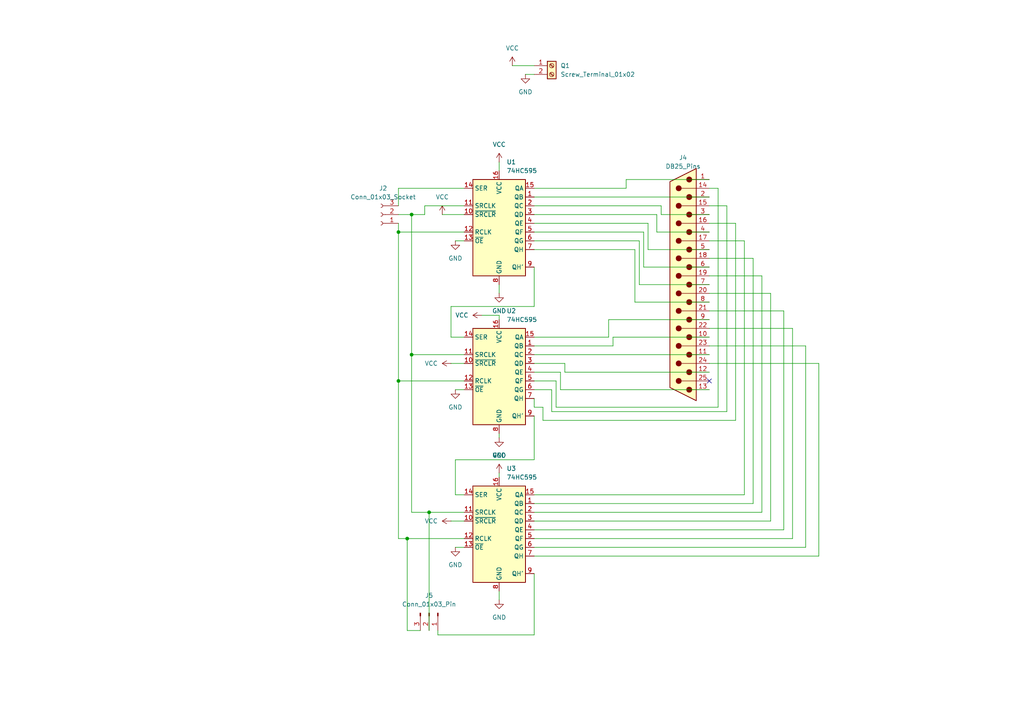
<source format=kicad_sch>
(kicad_sch (version 20250114) (generator "eeschema") (generator_version "9.0")
  (paper "A4")
  (lib_symbols
    (symbol "74xx:74HC595"
      (property "Reference" "U" (at -7.62 13.97 0))
      (property "Value" "74HC595" (at -7.62 -16.51 0))
      (symbol "74HC595_1_0"
        (pin input line (at -10.16 10.16 0) (length 2.54) (name "SER") (number "14"))
        (pin input line (at -10.16 5.08 0) (length 2.54) (name "SRCLK") (number "11"))
        (pin input line (at -10.16 2.54 0) (length 2.54) (name "~{SRCLR}") (number "10"))
        (pin input line (at -10.16 -2.54 0) (length 2.54) (name "RCLK") (number "12"))
        (pin input line (at -10.16 -5.08 0) (length 2.54) (name "~{OE}") (number "13"))
        (pin power_in line (at 0 15.24 270) (length 2.54) (name "VCC") (number "16"))
        (pin power_in line (at 0 -17.78 90) (length 2.54) (name "GND") (number "8"))
        (pin tri_state line (at 10.16 10.16 180) (length 2.54) (name "QA") (number "15"))
        (pin tri_state line (at 10.16 7.62 180) (length 2.54) (name "QB") (number "1"))
        (pin tri_state line (at 10.16 5.08 180) (length 2.54) (name "QC") (number "2"))
        (pin tri_state line (at 10.16 2.54 180) (length 2.54) (name "QD") (number "3"))
        (pin tri_state line (at 10.16 0 180) (length 2.54) (name "QE") (number "4"))
        (pin tri_state line (at 10.16 -2.54 180) (length 2.54) (name "QF") (number "5"))
        (pin tri_state line (at 10.16 -5.08 180) (length 2.54) (name "QG") (number "6"))
        (pin tri_state line (at 10.16 -7.62 180) (length 2.54) (name "QH") (number "7"))
        (pin output line (at 10.16 -12.7 180) (length 2.54) (name "QH'") (number "9"))
      )
      (symbol "74HC595_1_1"
        (rectangle (start -7.62 12.7) (end 7.62 -15.24) (stroke (width 0.254)) (fill (type background)))
      )
    )
    (symbol "Connector:Conn_01x03_Pin" (pin_names (offset 1.016) (hide yes))
      (property "Reference" "J" (at 0 5.08 0))
      (property "Value" "Conn_01x03_Pin" (at 0 -5.08 0))
      (symbol "Conn_01x03_Pin_1_1"
        (rectangle (start 0.8636 2.667) (end 0 2.413) (stroke (width 0.1524)) (fill (type outline)))
        (rectangle (start 0.8636 0.127) (end 0 -0.127) (stroke (width 0.1524)) (fill (type outline)))
        (rectangle (start 0.8636 -2.413) (end 0 -2.667) (stroke (width 0.1524)) (fill (type outline)))
        (polyline (pts (xy 1.27 2.54) (xy 0.8636 2.54)) (stroke (width 0.1524)))
        (polyline (pts (xy 1.27 0) (xy 0.8636 0)) (stroke (width 0.1524)))
        (polyline (pts (xy 1.27 -2.54) (xy 0.8636 -2.54)) (stroke (width 0.1524)))
        (pin passive line (at 5.08 2.54 180) (length 3.81) (name "Pin_1") (number "1"))
        (pin passive line (at 5.08 0 180) (length 3.81) (name "Pin_2") (number "2"))
        (pin passive line (at 5.08 -2.54 180) (length 3.81) (name "Pin_3") (number "3"))
      )
    )
    (symbol "Connector:Conn_01x03_Socket" (pin_names (offset 1.016) (hide yes))
      (property "Reference" "J" (at 0 5.08 0))
      (property "Value" "Conn_01x03_Socket" (at 0 -5.08 0))
      (symbol "Conn_01x03_Socket_1_1"
        (polyline (pts (xy -1.27 2.54) (xy -0.508 2.54)) (stroke (width 0.1524)))
        (polyline (pts (xy -1.27 0) (xy -0.508 0)) (stroke (width 0.1524)))
        (polyline (pts (xy -1.27 -2.54) (xy -0.508 -2.54)) (stroke (width 0.1524)))
        (arc (start 0 2.032) (mid -0.5058 2.54) (end 0 3.048) (stroke (width 0.1524)))
        (arc (start 0 -0.508) (mid -0.5058 0) (end 0 0.508) (stroke (width 0.1524)))
        (arc (start 0 -3.048) (mid -0.5058 -2.54) (end 0 -2.032) (stroke (width 0.1524)))
        (pin passive line (at -5.08 2.54 0) (length 3.81) (name "Pin_1") (number "1"))
        (pin passive line (at -5.08 0 0) (length 3.81) (name "Pin_2") (number "2"))
        (pin passive line (at -5.08 -2.54 0) (length 3.81) (name "Pin_3") (number "3"))
      )
    )
    (symbol "Connector:DB25_Pins" (pin_names (offset 1.016) (hide yes))
      (property "Reference" "J" (at 0 34.29 0))
      (property "Value" "DB25_Pins" (at 0 -34.925 0))
      (symbol "DB25_Pins_0_1"
        (polyline (pts (xy -3.81 30.48) (xy -2.54 30.48)))
        (polyline (pts (xy -3.81 27.94) (xy 0.508 27.94)))
        (polyline (pts (xy -3.81 25.4) (xy -2.54 25.4)))
        (polyline (pts (xy -3.81 22.86) (xy 0.508 22.86)))
        (polyline (pts (xy -3.81 20.32) (xy -2.54 20.32)))
        (polyline (pts (xy -3.81 17.78) (xy 0.508 17.78)))
        (polyline (pts (xy -3.81 15.24) (xy -2.54 15.24)))
        (polyline (pts (xy -3.81 12.7) (xy 0.508 12.7)))
        (polyline (pts (xy -3.81 10.16) (xy -2.54 10.16)))
        (polyline (pts (xy -3.81 7.62) (xy 0.508 7.62)))
        (polyline (pts (xy -3.81 5.08) (xy -2.54 5.08)))
        (polyline (pts (xy -3.81 2.54) (xy 0.508 2.54)))
        (polyline (pts (xy -3.81 0) (xy -2.54 0)))
        (polyline (pts (xy -3.81 -2.54) (xy 0.508 -2.54)))
        (polyline (pts (xy -3.81 -5.08) (xy -2.54 -5.08)))
        (polyline (pts (xy -3.81 -7.62) (xy 0.508 -7.62)))
        (polyline (pts (xy -3.81 -10.16) (xy -2.54 -10.16)))
        (polyline (pts (xy -3.81 -12.7) (xy 0.508 -12.7)))
        (polyline (pts (xy -3.81 -15.24) (xy -2.54 -15.24)))
        (polyline (pts (xy -3.81 -17.78) (xy 0.508 -17.78)))
        (polyline (pts (xy -3.81 -20.32) (xy -2.54 -20.32)))
        (polyline (pts (xy -3.81 -22.86) (xy 0.508 -22.86)))
        (polyline (pts (xy -3.81 -25.4) (xy -2.54 -25.4)))
        (polyline (pts (xy -3.81 -27.94) (xy 0.508 -27.94)))
        (polyline (pts (xy -3.81 -30.48) (xy -2.54 -30.48)))
        (polyline (pts (xy -3.81 -33.655) (xy 3.81 -29.845) (xy 3.81 29.845) (xy -3.81 33.655) (xy -3.81 -33.655)) (stroke (width 0.254)) (fill (type background)))
        (circle (center -1.778 30.48) (radius 0.762) (fill (type outline)))
        (circle (center -1.778 25.4) (radius 0.762) (fill (type outline)))
        (circle (center -1.778 20.32) (radius 0.762) (fill (type outline)))
        (circle (center -1.778 15.24) (radius 0.762) (fill (type outline)))
        (circle (center -1.778 10.16) (radius 0.762) (fill (type outline)))
        (circle (center -1.778 5.08) (radius 0.762) (fill (type outline)))
        (circle (center -1.778 0) (radius 0.762) (fill (type outline)))
        (circle (center -1.778 -5.08) (radius 0.762) (fill (type outline)))
        (circle (center -1.778 -10.16) (radius 0.762) (fill (type outline)))
        (circle (center -1.778 -15.24) (radius 0.762) (fill (type outline)))
        (circle (center -1.778 -20.32) (radius 0.762) (fill (type outline)))
        (circle (center -1.778 -25.4) (radius 0.762) (fill (type outline)))
        (circle (center -1.778 -30.48) (radius 0.762) (fill (type outline)))
        (circle (center 1.27 27.94) (radius 0.762) (fill (type outline)))
        (circle (center 1.27 22.86) (radius 0.762) (fill (type outline)))
        (circle (center 1.27 17.78) (radius 0.762) (fill (type outline)))
        (circle (center 1.27 12.7) (radius 0.762) (fill (type outline)))
        (circle (center 1.27 7.62) (radius 0.762) (fill (type outline)))
        (circle (center 1.27 2.54) (radius 0.762) (fill (type outline)))
        (circle (center 1.27 -2.54) (radius 0.762) (fill (type outline)))
        (circle (center 1.27 -7.62) (radius 0.762) (fill (type outline)))
        (circle (center 1.27 -12.7) (radius 0.762) (fill (type outline)))
        (circle (center 1.27 -17.78) (radius 0.762) (fill (type outline)))
        (circle (center 1.27 -22.86) (radius 0.762) (fill (type outline)))
        (circle (center 1.27 -27.94) (radius 0.762) (fill (type outline)))
      )
      (symbol "DB25_Pins_1_1"
        (pin passive line (at -7.62 30.48 0) (length 3.81) (name "13") (number "13"))
        (pin passive line (at -7.62 27.94 0) (length 3.81) (name "P25") (number "25"))
        (pin passive line (at -7.62 25.4 0) (length 3.81) (name "12") (number "12"))
        (pin passive line (at -7.62 22.86 0) (length 3.81) (name "P24") (number "24"))
        (pin passive line (at -7.62 20.32 0) (length 3.81) (name "11") (number "11"))
        (pin passive line (at -7.62 17.78 0) (length 3.81) (name "P23") (number "23"))
        (pin passive line (at -7.62 15.24 0) (length 3.81) (name "10") (number "10"))
        (pin passive line (at -7.62 12.7 0) (length 3.81) (name "P22") (number "22"))
        (pin passive line (at -7.62 10.16 0) (length 3.81) (name "9") (number "9"))
        (pin passive line (at -7.62 7.62 0) (length 3.81) (name "P21") (number "21"))
        (pin passive line (at -7.62 5.08 0) (length 3.81) (name "8") (number "8"))
        (pin passive line (at -7.62 2.54 0) (length 3.81) (name "P20") (number "20"))
        (pin passive line (at -7.62 0 0) (length 3.81) (name "7") (number "7"))
        (pin passive line (at -7.62 -2.54 0) (length 3.81) (name "P19") (number "19"))
        (pin passive line (at -7.62 -5.08 0) (length 3.81) (name "6") (number "6"))
        (pin passive line (at -7.62 -7.62 0) (length 3.81) (name "P18") (number "18"))
        (pin passive line (at -7.62 -10.16 0) (length 3.81) (name "5") (number "5"))
        (pin passive line (at -7.62 -12.7 0) (length 3.81) (name "P17") (number "17"))
        (pin passive line (at -7.62 -15.24 0) (length 3.81) (name "4") (number "4"))
        (pin passive line (at -7.62 -17.78 0) (length 3.81) (name "P16") (number "16"))
        (pin passive line (at -7.62 -20.32 0) (length 3.81) (name "3") (number "3"))
        (pin passive line (at -7.62 -22.86 0) (length 3.81) (name "P15") (number "15"))
        (pin passive line (at -7.62 -25.4 0) (length 3.81) (name "2") (number "2"))
        (pin passive line (at -7.62 -27.94 0) (length 3.81) (name "P14") (number "14"))
        (pin passive line (at -7.62 -30.48 0) (length 3.81) (name "1") (number "1"))
      )
    )
    (symbol "Connector:Screw_Terminal_01x02" (pin_names (offset 1.016) (hide yes))
      (property "Reference" "J" (at 0 2.54 0))
      (property "Value" "Screw_Terminal_01x02" (at 0 -5.08 0))
      (symbol "Screw_Terminal_01x02_1_1"
        (rectangle (start -1.27 1.27) (end 1.27 -3.81) (stroke (width 0.254)) (fill (type background)))
        (polyline (pts (xy -0.5334 0.3302) (xy 0.3302 -0.508)) (stroke (width 0.1524)))
        (polyline (pts (xy -0.5334 -2.2098) (xy 0.3302 -3.048)) (stroke (width 0.1524)))
        (polyline (pts (xy -0.3556 0.508) (xy 0.508 -0.3302)) (stroke (width 0.1524)))
        (polyline (pts (xy -0.3556 -2.032) (xy 0.508 -2.8702)) (stroke (width 0.1524)))
        (circle (center 0 0) (radius 0.635) (stroke (width 0.1524)))
        (circle (center 0 -2.54) (radius 0.635) (stroke (width 0.1524)))
        (pin passive line (at -5.08 0 0) (length 3.81) (name "Pin_1") (number "1"))
        (pin passive line (at -5.08 -2.54 0) (length 3.81) (name "Pin_2") (number "2"))
      )
    )
    (symbol "power:GND" (power) (pin_numbers (hide yes)) (pin_names (offset 0) (hide yes))
      (property "Value" "GND" (at 0 -3.81 0))
      (symbol "GND_0_1"
        (polyline (pts (xy 0 0) (xy 0 -1.27) (xy 1.27 -1.27) (xy 0 -2.54) (xy -1.27 -1.27) (xy 0 -1.27)))
      )
      (symbol "GND_1_1"
        (pin power_in line (at 0 0 270) (length 0) (name "~") (number "1"))
      )
    )
    (symbol "power:VCC" (power) (pin_numbers (hide yes)) (pin_names (offset 0) (hide yes))
      (property "Value" "VCC" (at 0 3.556 0))
      (symbol "VCC_0_1"
        (polyline (pts (xy -0.762 1.27) (xy 0 2.54)))
        (polyline (pts (xy 0 2.54) (xy 0.762 1.27)))
        (polyline (pts (xy 0 0) (xy 0 2.54)))
      )
      (symbol "VCC_1_1"
        (pin power_in line (at 0 0 90) (length 0) (name "~") (number "1"))
      )
    )
  )
  (junction (at 119.38 62.23))
  (junction (at 118.11 156.21))
  (junction (at 115.57 67.31))
  (junction (at 115.57 110.49))
  (junction (at 119.38 102.87))
  (junction (at 124.46 148.59))
  (no_connect (at 205.74 110.49))
  (wire (pts (xy 184.15 87.63) (xy 205.74 87.63)))
  (wire (pts (xy 115.57 67.31) (xy 115.57 64.77)))
  (wire (pts (xy 154.94 151.13) (xy 223.52 151.13)))
  (wire (pts (xy 229.87 95.25) (xy 205.74 95.25)))
  (wire (pts (xy 118.11 182.88) (xy 118.11 156.21)))
  (wire (pts (xy 123.19 59.69) (xy 134.62 59.69)))
  (wire (pts (xy 132.08 158.75) (xy 134.62 158.75)))
  (wire (pts (xy 144.78 91.44) (xy 144.78 92.71)))
  (wire (pts (xy 154.94 72.39) (xy 184.15 72.39)))
  (wire (pts (xy 233.68 158.75) (xy 154.94 158.75)))
  (wire (pts (xy 227.33 90.17) (xy 227.33 153.67)))
  (wire (pts (xy 124.46 148.59) (xy 124.46 182.88)))
  (wire (pts (xy 190.5 67.31) (xy 205.74 67.31)))
  (wire (pts (xy 154.94 88.9) (xy 130.81 88.9)))
  (wire (pts (xy 213.36 121.92) (xy 213.36 64.77)))
  (wire (pts (xy 162.56 107.95) (xy 162.56 113.03)))
  (wire (pts (xy 154.94 156.21) (xy 229.87 156.21)))
  (wire (pts (xy 205.74 59.69) (xy 210.82 59.69)))
  (wire (pts (xy 121.92 182.88) (xy 118.11 182.88)))
  (wire (pts (xy 144.78 171.45) (xy 144.78 173.99)))
  (wire (pts (xy 190.5 62.23) (xy 190.5 67.31)))
  (wire (pts (xy 223.52 85.09) (xy 205.74 85.09)))
  (wire (pts (xy 154.94 62.23) (xy 190.5 62.23)))
  (wire (pts (xy 185.42 82.55) (xy 205.74 82.55)))
  (wire (pts (xy 157.48 121.92) (xy 213.36 121.92)))
  (wire (pts (xy 130.81 105.41) (xy 134.62 105.41)))
  (wire (pts (xy 132.08 133.35) (xy 132.08 143.51)))
  (wire (pts (xy 119.38 148.59) (xy 124.46 148.59)))
  (wire (pts (xy 115.57 62.23) (xy 119.38 62.23)))
  (wire (pts (xy 205.74 69.85) (xy 215.9 69.85)))
  (wire (pts (xy 128.27 62.23) (xy 134.62 62.23)))
  (wire (pts (xy 185.42 69.85) (xy 185.42 82.55)))
  (wire (pts (xy 119.38 102.87) (xy 134.62 102.87)))
  (wire (pts (xy 220.98 80.01) (xy 220.98 148.59)))
  (wire (pts (xy 205.74 97.79) (xy 177.8 97.79)))
  (wire (pts (xy 191.77 62.23) (xy 205.74 62.23)))
  (wire (pts (xy 163.83 107.95) (xy 163.83 105.41)))
  (wire (pts (xy 154.94 102.87) (xy 205.74 102.87)))
  (wire (pts (xy 154.94 118.11) (xy 157.48 118.11)))
  (wire (pts (xy 210.82 119.38) (xy 160.02 119.38)))
  (wire (pts (xy 144.78 46.99) (xy 144.78 49.53)))
  (wire (pts (xy 223.52 151.13) (xy 223.52 85.09)))
  (wire (pts (xy 154.94 69.85) (xy 185.42 69.85)))
  (wire (pts (xy 115.57 54.61) (xy 115.57 59.69)))
  (wire (pts (xy 191.77 59.69) (xy 191.77 62.23)))
  (wire (pts (xy 184.15 72.39) (xy 184.15 87.63)))
  (wire (pts (xy 130.81 97.79) (xy 134.62 97.79)))
  (wire (pts (xy 205.74 80.01) (xy 220.98 80.01)))
  (wire (pts (xy 119.38 102.87) (xy 119.38 148.59)))
  (wire (pts (xy 154.94 118.11) (xy 154.94 115.57)))
  (wire (pts (xy 118.11 156.21) (xy 134.62 156.21)))
  (wire (pts (xy 177.8 100.33) (xy 154.94 100.33)))
  (wire (pts (xy 187.96 64.77) (xy 187.96 72.39)))
  (wire (pts (xy 210.82 59.69) (xy 210.82 119.38)))
  (wire (pts (xy 177.8 97.79) (xy 177.8 100.33)))
  (wire (pts (xy 160.02 113.03) (xy 154.94 113.03)))
  (wire (pts (xy 119.38 62.23) (xy 119.38 102.87)))
  (wire (pts (xy 181.61 52.07) (xy 205.74 52.07)))
  (wire (pts (xy 154.94 57.15) (xy 205.74 57.15)))
  (wire (pts (xy 161.29 118.11) (xy 208.28 118.11)))
  (wire (pts (xy 124.46 148.59) (xy 134.62 148.59)))
  (wire (pts (xy 176.53 92.71) (xy 205.74 92.71)))
  (wire (pts (xy 208.28 118.11) (xy 208.28 54.61)))
  (wire (pts (xy 154.94 54.61) (xy 181.61 54.61)))
  (wire (pts (xy 123.19 62.23) (xy 123.19 59.69)))
  (wire (pts (xy 205.74 107.95) (xy 163.83 107.95)))
  (wire (pts (xy 154.94 133.35) (xy 132.08 133.35)))
  (wire (pts (xy 132.08 69.85) (xy 134.62 69.85)))
  (wire (pts (xy 215.9 143.51) (xy 154.94 143.51)))
  (wire (pts (xy 115.57 110.49) (xy 115.57 156.21)))
  (wire (pts (xy 144.78 137.16) (xy 144.78 138.43)))
  (wire (pts (xy 154.94 97.79) (xy 176.53 97.79)))
  (wire (pts (xy 132.08 113.03) (xy 134.62 113.03)))
  (wire (pts (xy 115.57 67.31) (xy 115.57 110.49)))
  (wire (pts (xy 227.33 153.67) (xy 154.94 153.67)))
  (wire (pts (xy 134.62 54.61) (xy 115.57 54.61)))
  (wire (pts (xy 229.87 156.21) (xy 229.87 95.25)))
  (wire (pts (xy 154.94 77.47) (xy 154.94 88.9)))
  (wire (pts (xy 218.44 74.93) (xy 205.74 74.93)))
  (wire (pts (xy 208.28 54.61) (xy 205.74 54.61)))
  (wire (pts (xy 186.69 77.47) (xy 205.74 77.47)))
  (wire (pts (xy 130.81 88.9) (xy 130.81 97.79)))
  (wire (pts (xy 154.94 59.69) (xy 191.77 59.69)))
  (wire (pts (xy 154.94 184.15) (xy 127 184.15)))
  (wire (pts (xy 154.94 146.05) (xy 218.44 146.05)))
  (wire (pts (xy 187.96 72.39) (xy 205.74 72.39)))
  (wire (pts (xy 115.57 156.21) (xy 118.11 156.21)))
  (wire (pts (xy 119.38 62.23) (xy 123.19 62.23)))
  (wire (pts (xy 157.48 118.11) (xy 157.48 121.92)))
  (wire (pts (xy 154.94 107.95) (xy 162.56 107.95)))
  (wire (pts (xy 154.94 161.29) (xy 237.49 161.29)))
  (wire (pts (xy 163.83 105.41) (xy 154.94 105.41)))
  (wire (pts (xy 154.94 166.37) (xy 154.94 184.15)))
  (wire (pts (xy 237.49 105.41) (xy 205.74 105.41)))
  (wire (pts (xy 237.49 161.29) (xy 237.49 105.41)))
  (wire (pts (xy 130.81 151.13) (xy 134.62 151.13)))
  (wire (pts (xy 154.94 67.31) (xy 186.69 67.31)))
  (wire (pts (xy 161.29 110.49) (xy 161.29 118.11)))
  (wire (pts (xy 127 184.15) (xy 127 182.88)))
  (wire (pts (xy 205.74 100.33) (xy 233.68 100.33)))
  (wire (pts (xy 154.94 110.49) (xy 161.29 110.49)))
  (wire (pts (xy 139.7 91.44) (xy 144.78 91.44)))
  (wire (pts (xy 160.02 119.38) (xy 160.02 113.03)))
  (wire (pts (xy 181.61 54.61) (xy 181.61 52.07)))
  (wire (pts (xy 154.94 120.65) (xy 154.94 133.35)))
  (wire (pts (xy 144.78 125.73) (xy 144.78 127)))
  (wire (pts (xy 205.74 90.17) (xy 227.33 90.17)))
  (wire (pts (xy 215.9 69.85) (xy 215.9 143.51)))
  (wire (pts (xy 134.62 67.31) (xy 115.57 67.31)))
  (wire (pts (xy 152.4 21.59) (xy 154.94 21.59)))
  (wire (pts (xy 233.68 100.33) (xy 233.68 158.75)))
  (wire (pts (xy 144.78 82.55) (xy 144.78 85.09)))
  (wire (pts (xy 176.53 97.79) (xy 176.53 92.71)))
  (wire (pts (xy 154.94 64.77) (xy 187.96 64.77)))
  (wire (pts (xy 162.56 113.03) (xy 205.74 113.03)))
  (wire (pts (xy 132.08 143.51) (xy 134.62 143.51)))
  (wire (pts (xy 220.98 148.59) (xy 154.94 148.59)))
  (wire (pts (xy 148.59 19.05) (xy 154.94 19.05)))
  (wire (pts (xy 134.62 110.49) (xy 115.57 110.49)))
  (wire (pts (xy 186.69 67.31) (xy 186.69 77.47)))
  (wire (pts (xy 213.36 64.77) (xy 205.74 64.77)))
  (wire (pts (xy 218.44 146.05) (xy 218.44 74.93)))
  (symbol (lib_id "power:GND") (at 132.08 113.03 0) (unit 1)
    (property "Reference" "#PWR011" (effects (hide yes)))
    (property "Value" "GND" (at 132.08 118.11 0))
    (property "Description" "Power symbol creates a global label with name \"GND\" , ground" (effects (hide yes)))
  )
  (symbol (lib_id "74xx:74HC595") (at 144.78 64.77 0) (unit 1)
    (property "Reference" "U1" (at 146.9233 46.99 0) (effects (justify left)))
    (property "Value" "74HC595" (at 146.9233 49.53 0) (effects (justify left)))
    (property "Footprint" "Package_DIP:CERDIP-16_W7.62mm_SideBrazed_LongPads_Socket" (effects (hide yes)))
    (property "Datasheet" "http://www.ti.com/lit/ds/symlink/sn74hc595.pdf" (effects (hide yes)))
    (property "Description" "8-bit serial in/out Shift Register 3-State Outputs" (effects (hide yes)))
  )
  (symbol (lib_id "power:VCC") (at 144.78 46.99 0) (unit 1)
    (property "Reference" "#PWR04" (effects (hide yes)))
    (property "Value" "VCC" (at 144.78 41.91 0))
    (property "Description" "Power symbol creates a global label with name \"VCC\"" (effects (hide yes)))
  )
  (symbol (lib_id "power:GND") (at 132.08 158.75 0) (unit 1)
    (property "Reference" "#PWR013" (effects (hide yes)))
    (property "Value" "GND" (at 132.08 163.83 0))
    (property "Description" "Power symbol creates a global label with name \"GND\" , ground" (effects (hide yes)))
  )
  (symbol (lib_id "Connector:DB25_Pins") (at 198.12 82.55 180) (unit 1)
    (property "Reference" "J4" (at 198.12 45.72 0))
    (property "Value" "DB25_Pins" (at 198.12 48.26 0))
    (property "Footprint" "Connector_Dsub:DSUB-25_Socket_Horizontal_P2.77x2.54mm_EdgePinOffset9.40mm" (effects (hide yes)))
    (property "Description" "25-pin D-SUB connector, pins (male)" (effects (hide yes)))
  )
  (symbol (lib_id "74xx:74HC595") (at 144.78 107.95 0) (unit 1)
    (property "Reference" "U2" (at 146.9233 90.17 0) (effects (justify left)))
    (property "Value" "74HC595" (at 146.9233 92.71 0) (effects (justify left)))
    (property "Footprint" "Package_DIP:CERDIP-16_W7.62mm_SideBrazed_LongPads_Socket" (effects (hide yes)))
    (property "Datasheet" "http://www.ti.com/lit/ds/symlink/sn74hc595.pdf" (effects (hide yes)))
    (property "Description" "8-bit serial in/out Shift Register 3-State Outputs" (effects (hide yes)))
  )
  (symbol (lib_id "Connector:Conn_01x03_Pin") (at 124.46 177.8 270) (unit 1)
    (property "Reference" "J5" (at 124.46 172.72 90))
    (property "Value" "Conn_01x03_Pin" (at 124.46 175.26 90))
    (property "Footprint" "Connector_PinHeader_2.54mm:PinHeader_1x03_P2.54mm_Vertical" (effects (hide yes)))
    (property "Description" "Generic connector, single row, 01x03, script generated" (effects (hide yes)))
  )
  (symbol (lib_id "power:VCC") (at 148.59 19.05 0) (unit 1)
    (property "Reference" "#PWR01" (effects (hide yes)))
    (property "Value" "VCC" (at 148.59 13.97 0))
    (property "Description" "Power symbol creates a global label with name \"VCC\"" (effects (hide yes)))
  )
  (symbol (lib_id "power:GND") (at 144.78 85.09 0) (unit 1)
    (property "Reference" "#PWR03" (effects (hide yes)))
    (property "Value" "GND" (at 144.78 90.17 0))
    (property "Description" "Power symbol creates a global label with name \"GND\" , ground" (effects (hide yes)))
  )
  (symbol (lib_id "power:VCC") (at 130.81 105.41 90) (unit 1)
    (property "Reference" "#PWR012" (effects (hide yes)))
    (property "Value" "VCC" (at 127 105.4099 90) (effects (justify left)))
    (property "Description" "Power symbol creates a global label with name \"VCC\"" (effects (hide yes)))
  )
  (symbol (lib_id "power:VCC") (at 128.27 62.23 0) (unit 1)
    (property "Reference" "#PWR05" (effects (hide yes)))
    (property "Value" "VCC" (at 128.27 57.15 0))
    (property "Description" "Power symbol creates a global label with name \"VCC\"" (effects (hide yes)))
  )
  (symbol (lib_id "Connector:Screw_Terminal_01x02") (at 160.02 19.05 0) (unit 1)
    (property "Reference" "Q1" (at 162.56 19.0499 0) (effects (justify left)))
    (property "Value" "Screw_Terminal_01x02" (at 162.56 21.5899 0) (effects (justify left)))
    (property "Footprint" "TerminalBlock:TerminalBlock_Altech_AK300-2_P5.00mm" (effects (hide yes)))
    (property "Description" "Generic screw terminal, single row, 01x02, script generated (kicad-library-utils/schlib/autogen/connector/)" (effects (hide yes)))
  )
  (symbol (lib_id "power:GND") (at 132.08 69.85 0) (unit 1)
    (property "Reference" "#PWR010" (effects (hide yes)))
    (property "Value" "GND" (at 132.08 74.93 0))
    (property "Description" "Power symbol creates a global label with name \"GND\" , ground" (effects (hide yes)))
  )
  (symbol (lib_id "Connector:Conn_01x03_Socket") (at 110.49 62.23 180) (unit 1)
    (property "Reference" "J2" (at 111.125 54.61 0))
    (property "Value" "Conn_01x03_Socket" (at 111.125 57.15 0))
    (property "Footprint" "Connector_PinHeader_2.54mm:PinHeader_1x03_P2.54mm_Vertical" (effects (hide yes)))
    (property "Description" "Generic connector, single row, 01x03, script generated" (effects (hide yes)))
  )
  (symbol (lib_id "74xx:74HC595") (at 144.78 153.67 0) (unit 1)
    (property "Reference" "U3" (at 146.9233 135.89 0) (effects (justify left)))
    (property "Value" "74HC595" (at 146.9233 138.43 0) (effects (justify left)))
    (property "Footprint" "Package_DIP:CERDIP-16_W7.62mm_SideBrazed_LongPads_Socket" (effects (hide yes)))
    (property "Datasheet" "http://www.ti.com/lit/ds/symlink/sn74hc595.pdf" (effects (hide yes)))
    (property "Description" "8-bit serial in/out Shift Register 3-State Outputs" (effects (hide yes)))
  )
  (symbol (lib_id "power:VCC") (at 139.7 91.44 90) (unit 1)
    (property "Reference" "#PWR09" (effects (hide yes)))
    (property "Value" "VCC" (at 135.89 91.4399 90) (effects (justify left)))
    (property "Description" "Power symbol creates a global label with name \"VCC\"" (effects (hide yes)))
  )
  (symbol (lib_id "power:VCC") (at 144.78 137.16 0) (unit 1)
    (property "Reference" "#PWR06" (effects (hide yes)))
    (property "Value" "VCC" (at 144.78 132.08 0))
    (property "Description" "Power symbol creates a global label with name \"VCC\"" (effects (hide yes)))
  )
  (symbol (lib_id "power:GND") (at 144.78 173.99 0) (unit 1)
    (property "Reference" "#PWR07" (effects (hide yes)))
    (property "Value" "GND" (at 144.78 179.07 0))
    (property "Description" "Power symbol creates a global label with name \"GND\" , ground" (effects (hide yes)))
  )
  (symbol (lib_id "power:GND") (at 144.78 127 0) (unit 1)
    (property "Reference" "#PWR08" (effects (hide yes)))
    (property "Value" "GND" (at 144.78 132.08 0))
    (property "Description" "Power symbol creates a global label with name \"GND\" , ground" (effects (hide yes)))
  )
  (symbol (lib_id "power:VCC") (at 130.81 151.13 90) (unit 1)
    (property "Reference" "#PWR014" (effects (hide yes)))
    (property "Value" "VCC" (at 127 151.1299 90) (effects (justify left)))
    (property "Description" "Power symbol creates a global label with name \"VCC\"" (effects (hide yes)))
  )
  (symbol (lib_id "power:GND") (at 152.4 21.59 0) (unit 1)
    (property "Reference" "#PWR02" (effects (hide yes)))
    (property "Value" "GND" (at 152.4 26.67 0))
    (property "Description" "Power symbol creates a global label with name \"GND\" , ground" (effects (hide yes)))
  )
)
</source>
